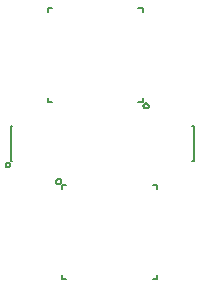
<source format=gto>
G75*
%MOIN*%
%OFA0B0*%
%FSLAX25Y25*%
%IPPOS*%
%LPD*%
%AMOC8*
5,1,8,0,0,1.08239X$1,22.5*
%
%ADD10C,0.00500*%
D10*
X0023392Y0011187D02*
X0024770Y0011187D01*
X0023392Y0011187D02*
X0023392Y0012565D01*
X0023392Y0041305D02*
X0023392Y0042683D01*
X0024770Y0042683D01*
X0021331Y0043864D02*
X0021333Y0043923D01*
X0021339Y0043981D01*
X0021349Y0044039D01*
X0021362Y0044096D01*
X0021380Y0044153D01*
X0021401Y0044208D01*
X0021426Y0044261D01*
X0021454Y0044312D01*
X0021485Y0044362D01*
X0021520Y0044409D01*
X0021558Y0044454D01*
X0021599Y0044497D01*
X0021643Y0044536D01*
X0021689Y0044572D01*
X0021737Y0044606D01*
X0021788Y0044636D01*
X0021841Y0044662D01*
X0021895Y0044685D01*
X0021950Y0044704D01*
X0022007Y0044720D01*
X0022065Y0044732D01*
X0022123Y0044740D01*
X0022182Y0044744D01*
X0022240Y0044744D01*
X0022299Y0044740D01*
X0022357Y0044732D01*
X0022415Y0044720D01*
X0022472Y0044704D01*
X0022527Y0044685D01*
X0022581Y0044662D01*
X0022634Y0044636D01*
X0022685Y0044606D01*
X0022733Y0044572D01*
X0022779Y0044536D01*
X0022823Y0044497D01*
X0022864Y0044454D01*
X0022902Y0044409D01*
X0022937Y0044362D01*
X0022968Y0044312D01*
X0022996Y0044261D01*
X0023021Y0044208D01*
X0023042Y0044153D01*
X0023060Y0044096D01*
X0023073Y0044039D01*
X0023083Y0043981D01*
X0023089Y0043923D01*
X0023091Y0043864D01*
X0023089Y0043805D01*
X0023083Y0043747D01*
X0023073Y0043689D01*
X0023060Y0043632D01*
X0023042Y0043575D01*
X0023021Y0043520D01*
X0022996Y0043467D01*
X0022968Y0043416D01*
X0022937Y0043366D01*
X0022902Y0043319D01*
X0022864Y0043274D01*
X0022823Y0043231D01*
X0022779Y0043192D01*
X0022733Y0043156D01*
X0022685Y0043122D01*
X0022634Y0043092D01*
X0022581Y0043066D01*
X0022527Y0043043D01*
X0022472Y0043024D01*
X0022415Y0043008D01*
X0022357Y0042996D01*
X0022299Y0042988D01*
X0022240Y0042984D01*
X0022182Y0042984D01*
X0022123Y0042988D01*
X0022065Y0042996D01*
X0022007Y0043008D01*
X0021950Y0043024D01*
X0021895Y0043043D01*
X0021841Y0043066D01*
X0021788Y0043092D01*
X0021737Y0043122D01*
X0021689Y0043156D01*
X0021643Y0043192D01*
X0021599Y0043231D01*
X0021558Y0043274D01*
X0021520Y0043319D01*
X0021485Y0043366D01*
X0021454Y0043416D01*
X0021426Y0043467D01*
X0021401Y0043520D01*
X0021380Y0043575D01*
X0021362Y0043632D01*
X0021349Y0043689D01*
X0021339Y0043747D01*
X0021333Y0043805D01*
X0021331Y0043864D01*
X0006778Y0050616D02*
X0006226Y0050616D01*
X0006226Y0062309D01*
X0006778Y0062309D01*
X0004494Y0049376D02*
X0004496Y0049432D01*
X0004502Y0049487D01*
X0004512Y0049541D01*
X0004525Y0049595D01*
X0004543Y0049648D01*
X0004564Y0049699D01*
X0004588Y0049749D01*
X0004616Y0049797D01*
X0004648Y0049843D01*
X0004682Y0049887D01*
X0004720Y0049928D01*
X0004760Y0049966D01*
X0004803Y0050001D01*
X0004848Y0050033D01*
X0004896Y0050062D01*
X0004945Y0050088D01*
X0004996Y0050110D01*
X0005048Y0050128D01*
X0005102Y0050142D01*
X0005157Y0050153D01*
X0005212Y0050160D01*
X0005267Y0050163D01*
X0005323Y0050162D01*
X0005378Y0050157D01*
X0005433Y0050148D01*
X0005487Y0050136D01*
X0005540Y0050119D01*
X0005592Y0050099D01*
X0005642Y0050075D01*
X0005690Y0050048D01*
X0005737Y0050018D01*
X0005781Y0049984D01*
X0005823Y0049947D01*
X0005861Y0049907D01*
X0005898Y0049865D01*
X0005931Y0049820D01*
X0005960Y0049774D01*
X0005987Y0049725D01*
X0006009Y0049674D01*
X0006029Y0049622D01*
X0006044Y0049568D01*
X0006056Y0049514D01*
X0006064Y0049459D01*
X0006068Y0049404D01*
X0006068Y0049348D01*
X0006064Y0049293D01*
X0006056Y0049238D01*
X0006044Y0049184D01*
X0006029Y0049130D01*
X0006009Y0049078D01*
X0005987Y0049027D01*
X0005960Y0048978D01*
X0005931Y0048932D01*
X0005898Y0048887D01*
X0005861Y0048845D01*
X0005823Y0048805D01*
X0005781Y0048768D01*
X0005737Y0048734D01*
X0005690Y0048704D01*
X0005642Y0048677D01*
X0005592Y0048653D01*
X0005540Y0048633D01*
X0005487Y0048616D01*
X0005433Y0048604D01*
X0005378Y0048595D01*
X0005323Y0048590D01*
X0005267Y0048589D01*
X0005212Y0048592D01*
X0005157Y0048599D01*
X0005102Y0048610D01*
X0005048Y0048624D01*
X0004996Y0048642D01*
X0004945Y0048664D01*
X0004896Y0048690D01*
X0004848Y0048719D01*
X0004803Y0048751D01*
X0004760Y0048786D01*
X0004720Y0048824D01*
X0004682Y0048865D01*
X0004648Y0048909D01*
X0004616Y0048955D01*
X0004588Y0049003D01*
X0004564Y0049053D01*
X0004543Y0049104D01*
X0004525Y0049157D01*
X0004512Y0049211D01*
X0004502Y0049265D01*
X0004496Y0049320D01*
X0004494Y0049376D01*
X0018667Y0070242D02*
X0018667Y0071620D01*
X0018667Y0070242D02*
X0020045Y0070242D01*
X0018667Y0100360D02*
X0018667Y0101738D01*
X0020045Y0101738D01*
X0048785Y0101738D02*
X0050163Y0101738D01*
X0050163Y0100360D01*
X0050163Y0071620D02*
X0050163Y0070242D01*
X0048785Y0070242D01*
X0050464Y0069061D02*
X0050466Y0069120D01*
X0050472Y0069178D01*
X0050482Y0069236D01*
X0050495Y0069293D01*
X0050513Y0069350D01*
X0050534Y0069405D01*
X0050559Y0069458D01*
X0050587Y0069509D01*
X0050618Y0069559D01*
X0050653Y0069606D01*
X0050691Y0069651D01*
X0050732Y0069694D01*
X0050776Y0069733D01*
X0050822Y0069769D01*
X0050870Y0069803D01*
X0050921Y0069833D01*
X0050974Y0069859D01*
X0051028Y0069882D01*
X0051083Y0069901D01*
X0051140Y0069917D01*
X0051198Y0069929D01*
X0051256Y0069937D01*
X0051315Y0069941D01*
X0051373Y0069941D01*
X0051432Y0069937D01*
X0051490Y0069929D01*
X0051548Y0069917D01*
X0051605Y0069901D01*
X0051660Y0069882D01*
X0051714Y0069859D01*
X0051767Y0069833D01*
X0051818Y0069803D01*
X0051866Y0069769D01*
X0051912Y0069733D01*
X0051956Y0069694D01*
X0051997Y0069651D01*
X0052035Y0069606D01*
X0052070Y0069559D01*
X0052101Y0069509D01*
X0052129Y0069458D01*
X0052154Y0069405D01*
X0052175Y0069350D01*
X0052193Y0069293D01*
X0052206Y0069236D01*
X0052216Y0069178D01*
X0052222Y0069120D01*
X0052224Y0069061D01*
X0052222Y0069002D01*
X0052216Y0068944D01*
X0052206Y0068886D01*
X0052193Y0068829D01*
X0052175Y0068772D01*
X0052154Y0068717D01*
X0052129Y0068664D01*
X0052101Y0068613D01*
X0052070Y0068563D01*
X0052035Y0068516D01*
X0051997Y0068471D01*
X0051956Y0068428D01*
X0051912Y0068389D01*
X0051866Y0068353D01*
X0051818Y0068319D01*
X0051767Y0068289D01*
X0051714Y0068263D01*
X0051660Y0068240D01*
X0051605Y0068221D01*
X0051548Y0068205D01*
X0051490Y0068193D01*
X0051432Y0068185D01*
X0051373Y0068181D01*
X0051315Y0068181D01*
X0051256Y0068185D01*
X0051198Y0068193D01*
X0051140Y0068205D01*
X0051083Y0068221D01*
X0051028Y0068240D01*
X0050974Y0068263D01*
X0050921Y0068289D01*
X0050870Y0068319D01*
X0050822Y0068353D01*
X0050776Y0068389D01*
X0050732Y0068428D01*
X0050691Y0068471D01*
X0050653Y0068516D01*
X0050618Y0068563D01*
X0050587Y0068613D01*
X0050559Y0068664D01*
X0050534Y0068717D01*
X0050513Y0068772D01*
X0050495Y0068829D01*
X0050482Y0068886D01*
X0050472Y0068944D01*
X0050466Y0069002D01*
X0050464Y0069061D01*
X0066778Y0062309D02*
X0067329Y0062309D01*
X0067329Y0050616D01*
X0066778Y0050616D01*
X0054888Y0042683D02*
X0054888Y0041305D01*
X0054888Y0042683D02*
X0053510Y0042683D01*
X0054888Y0012565D02*
X0054888Y0011187D01*
X0053510Y0011187D01*
M02*

</source>
